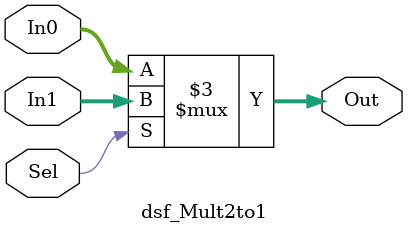
<source format=v>
module dsf_Mult2to1 #(parameter WIDTH = 32)(In0, In1, Sel, Out);
input [WIDTH-1:0] In0, In1;
input Sel;
output reg [WIDTH-1:0] Out;
always @(In0, In1, Sel)
case (Sel)
	0: Out <= In0;
	default: Out <= In1;
  endcase
endmodule
</source>
